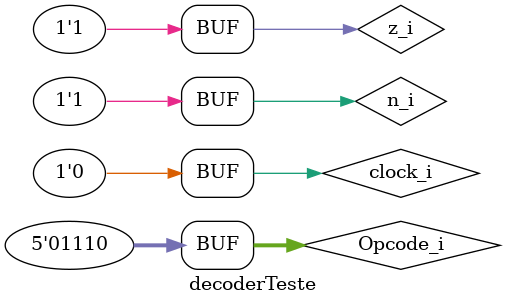
<source format=v>
`timescale 10 ns / 10 ns

module decoderTeste;

//Inputs
reg clock_i;
reg [4:0] Opcode_i;
reg n_i;
reg z_i;

//Outputs
wire Branch_o;
wire Wrpc_o;
wire [1:0] SelA_o;
wire SelB_o;
wire Wracc_o;
wire Op_o;
wire Wrram_o;

decoder DUT(clock_i, Opcode_i, n_i, z_i, Branch_o, Wrpc_o, SelA_o, SelB_o, Wracc_o, Op_o, Wrram_o);
initial
	begin

	clock_i = 1'b0;
	Opcode_i [4:0] = 5'b0000;
	n_i = 1'b0;
	z_i = 1'b0;

	#10 clock_i = 1'b1; //Testa HLT: Espera-se que todos as saídas se mantenham 
	
	#10 Opcode_i = 5'b00001; clock_i = 1'b0;
	
	#10 clock_i = 1'b1;//Testa STO  
	
	#10 Opcode_i = 5'b00010; clock_i = 1'b0;
	
	#10 clock_i = 1'b1;//Testa LD
	
	#10 Opcode_i = 5'b00011; clock_i = 1'b0;
	
	#10 clock_i = 1'b1;//Testa LDI
	
	#10 Opcode_i = 5'b00100; clock_i = 1'b0;
	
	#10 clock_i = 1'b1;//Testa ADD
	
	#10 Opcode_i = 5'b00101; clock_i = 1'b0;
	
	#10 clock_i = 1'b1;//Testa ADDI
	
	#10 Opcode_i = 5'b00110; clock_i = 1'b0;
	
	#10 clock_i = 1'b1;//Testa SUB
	
	#10 Opcode_i = 5'b00111; clock_i = 1'b0;
	
	#10 clock_i = 1'b1;//Testa SUBI
	
	//Teste operações de desvio
	
	#10 Opcode_i = 5'b01000; z_i = 1'b1; clock_i = 1'b0;
	
	#10 clock_i = 1'b1;//Testa BEQ
	
	#10 Opcode_i = 5'b01001; z_i = 1'b0; clock_i = 1'b0;
	
	#10 clock_i = 1'b1;//Testa BNE
	
	#10 Opcode_i = 5'b01010; clock_i = 1'b0;
	
	#10 clock_i = 1'b1;//Testa BGT
	
	#10 Opcode_i = 5'b01011; clock_i = 1'b0;
	
	#10 clock_i = 1'b1;//Testa BGE
	
	#10 Opcode_i = 5'b01100; n_i = 1'b1; clock_i = 1'b0;
	
	#10 clock_i = 1'b1;//Testa BLT
	
	#10 Opcode_i = 5'b01101; z_i = 1'b1; n_i = 1'b1; clock_i = 1'b0;
	
	#10 clock_i = 1'b1;//Testa BLE
	
	#10 Opcode_i = 5'b01110; clock_i = 1'b0;
	
	#10 clock_i = 1'b1;//Testa JMP
	
	#10 clock_i= 1'b0; //end
	
	end
endmodule 
</source>
